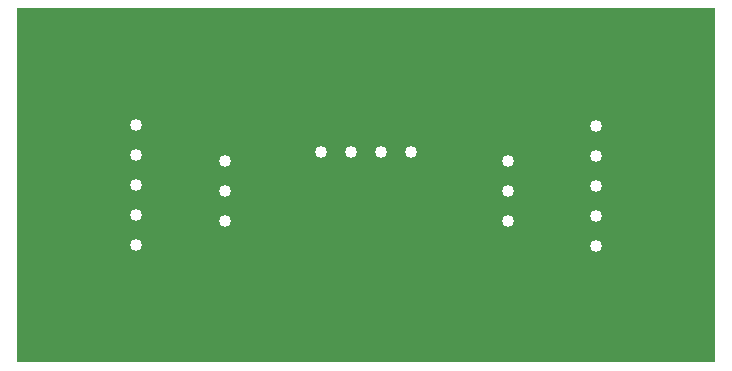
<source format=gbr>
G04 FreePCB version 1.355*
G04 C:\FcPoly-Ttest\board_outline.grb*
G04 board outline layer *
G04 Scale: 100 percent, Rotated: No, Reflected: No *
G04 Converted by FpcPoly Version 1.13R on Wed May 15 18:47:10 2019 *

G04 Offset by (-0.070,-0.130) and drilled by FpcPoly Version 1.13R on Wed May 15 18:47:10 2019 *

%FSLAX24Y24*%
%MOIN*%
%ADD10C,0.040000*%

G90*

%LPD*%

G04 Begin outline 1 *

G36*
X-699Y10500D02*
X22550Y10500D01*
G04 end of side 1*
X22550Y-1299D01*
G04 end of side 2*
X-699Y-1299D01*
G04 end of side 3*
X-699Y10500D01*

G37*
G04 End outline 1 *


%LPC*%


G54D10*
X3260Y6600D03*
X3260Y5600D03*
X3260Y4600D03*
X3260Y3600D03*
X3260Y2600D03*
X18580Y6560D03*
X18580Y5560D03*
X18580Y4560D03*
X18580Y3560D03*
X18580Y2560D03*
X15640Y5400D03*
X15640Y4400D03*
X15640Y3400D03*
X6220Y5400D03*
X6220Y4400D03*
X6220Y3400D03*
X9430Y5700D03*
X10430Y5700D03*
X11430Y5700D03*
X12430Y5700D03*

M00*
M02*

</source>
